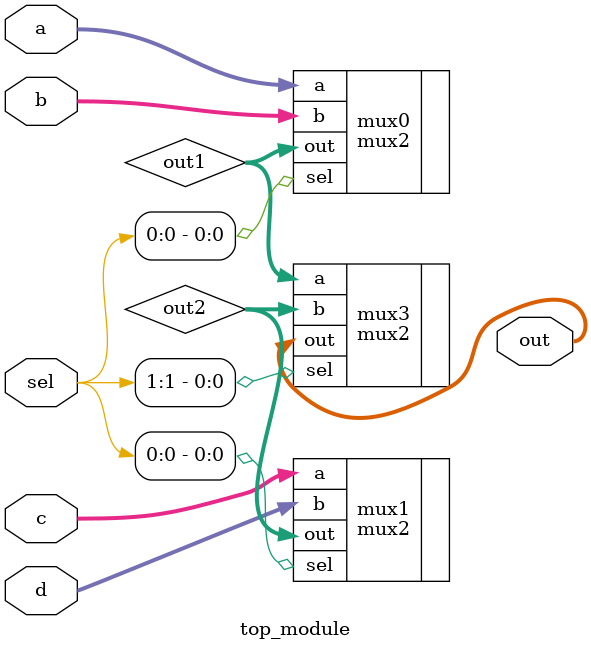
<source format=v>
module top_module (
    input [1:0] sel,
    input [7:0] a,
    input [7:0] b,
    input [7:0] c,
    input [7:0] d,
    output [7:0] out  ); //

    wire [7:0]out1, out2;
    mux2 mux0 (.a(a),.b(b),.sel(sel[0]),.out(out1));
    mux2 mux1 (.a(c),.b(d),.sel(sel[0]),.out(out2));
    mux2 mux3 ( .sel(sel[1]),.a(out1), .b(out2),.out(out) );
endmodule

</source>
